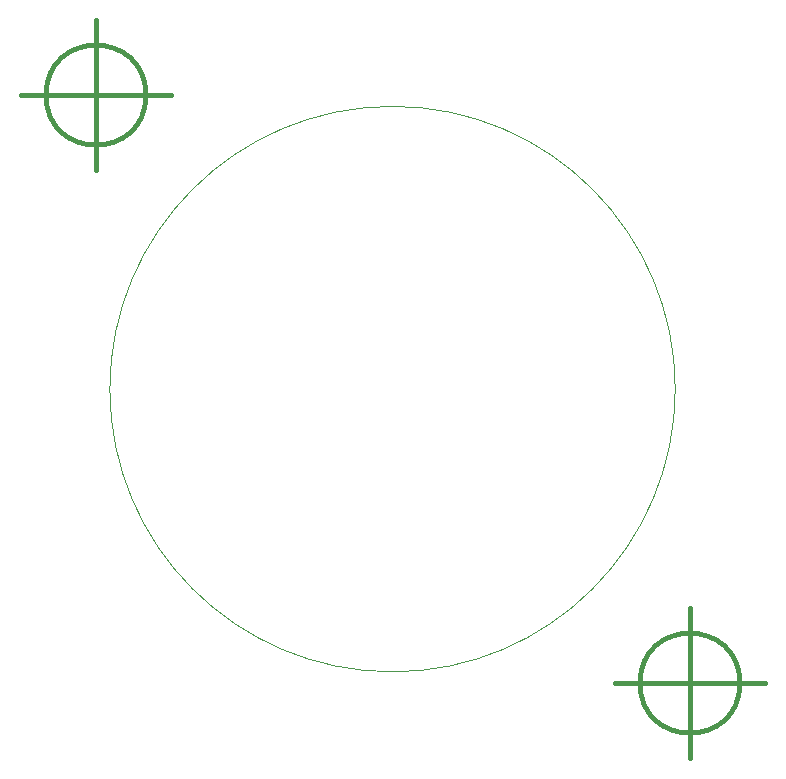
<source format=gbr>
%FSLAX34Y34*%
G04 Gerber Fmt 3.4, Leading zero omitted, Abs format*
G04 (created by PCBNEW (2014-jan-25)-product) date Wed 23 Sep 2015 02:14:26 PM EDT*
%MOIN*%
G01*
G70*
G90*
G04 APERTURE LIST*
%ADD10C,0.005906*%
%ADD11C,0.001000*%
%ADD12C,0.015000*%
G04 APERTURE END LIST*
G54D10*
G54D11*
X35310Y-18897D02*
G75*
G03X35310Y-18897I-9424J0D01*
G74*
G01*
G54D12*
X37466Y-28700D02*
G75*
G03X37466Y-28700I-1666J0D01*
G74*
G01*
X33300Y-28700D02*
X38300Y-28700D01*
X35800Y-26200D02*
X35800Y-31200D01*
X17666Y-9100D02*
G75*
G03X17666Y-9100I-1666J0D01*
G74*
G01*
X13500Y-9100D02*
X18500Y-9100D01*
X16000Y-6600D02*
X16000Y-11600D01*
M02*

</source>
